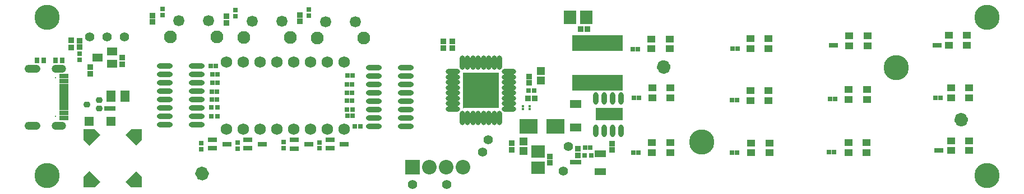
<source format=gts>
G04*
G04 #@! TF.GenerationSoftware,Altium Limited,CircuitMaker,2.3.0 (3)*
G04*
G04 Layer_Color=20142*
%FSLAX25Y25*%
%MOIN*%
G70*
G04*
G04 #@! TF.SameCoordinates,705889C2-21D0-45EB-85EC-D1C7F8D66195*
G04*
G04*
G04 #@! TF.FilePolarity,Negative*
G04*
G01*
G75*
%ADD18C,0.04331*%
%ADD42R,0.06693X0.05118*%
%ADD55R,0.03162X0.02768*%
%ADD56R,0.03635X0.03792*%
%ADD57R,0.03000X0.03000*%
%ADD58O,0.03162X0.07493*%
%ADD59C,0.05524*%
%ADD60R,0.03359X0.03162*%
%ADD61O,0.03162X0.08477*%
%ADD62R,0.03162X0.03556*%
%ADD63R,0.05721X0.01981*%
%ADD64R,0.02768X0.02572*%
%ADD65R,0.05721X0.06902*%
%ADD66R,0.05721X0.02768*%
%ADD67O,0.08477X0.03162*%
%ADD68R,0.03162X0.03556*%
%ADD69R,0.02768X0.03162*%
%ADD70O,0.09461X0.03162*%
%ADD71R,0.10642X0.08674*%
%ADD72R,0.04737X0.04737*%
%ADD73R,0.07887X0.07296*%
%ADD74R,0.02965X0.02768*%
%ADD75R,0.03359X0.03359*%
%ADD76R,0.02572X0.02572*%
%ADD77R,0.06902X0.04343*%
%ADD78R,0.04540X0.04343*%
%ADD79R,0.07296X0.07887*%
%ADD80R,0.03792X0.03635*%
%ADD81R,0.30328X0.09461*%
%ADD82C,0.01784*%
G04:AMPARAMS|DCode=83|XSize=31.62mil|YSize=37.53mil|CornerRadius=8.72mil|HoleSize=0mil|Usage=FLASHONLY|Rotation=90.000|XOffset=0mil|YOffset=0mil|HoleType=Round|Shape=RoundedRectangle|*
%AMROUNDEDRECTD83*
21,1,0.03162,0.02008,0,0,90.0*
21,1,0.01417,0.03753,0,0,90.0*
1,1,0.01745,0.01004,0.00709*
1,1,0.01745,0.01004,-0.00709*
1,1,0.01745,-0.01004,-0.00709*
1,1,0.01745,-0.01004,0.00709*
%
%ADD83ROUNDEDRECTD83*%
%ADD84R,0.05800X0.05800*%
%ADD85R,0.06312X0.04737*%
%ADD86R,0.05721X0.03162*%
%ADD87R,0.08674X0.08674*%
%ADD88C,0.08674*%
%ADD89C,0.06800*%
%ADD90C,0.14973*%
%ADD91C,0.00800*%
G04:AMPARAMS|DCode=92|XSize=47.37mil|YSize=94.61mil|CornerRadius=23.68mil|HoleSize=0mil|Usage=FLASHONLY|Rotation=270.000|XOffset=0mil|YOffset=0mil|HoleType=Round|Shape=RoundedRectangle|*
%AMROUNDEDRECTD92*
21,1,0.04737,0.04724,0,0,270.0*
21,1,0.00000,0.09461,0,0,270.0*
1,1,0.04737,-0.02362,0.00000*
1,1,0.04737,-0.02362,0.00000*
1,1,0.04737,0.02362,0.00000*
1,1,0.04737,0.02362,0.00000*
%
%ADD92ROUNDEDRECTD92*%
G04:AMPARAMS|DCode=93|XSize=47.37mil|YSize=86.74mil|CornerRadius=23.68mil|HoleSize=0mil|Usage=FLASHONLY|Rotation=270.000|XOffset=0mil|YOffset=0mil|HoleType=Round|Shape=RoundedRectangle|*
%AMROUNDEDRECTD93*
21,1,0.04737,0.03937,0,0,270.0*
21,1,0.00000,0.08674,0,0,270.0*
1,1,0.04737,-0.01968,0.00000*
1,1,0.04737,-0.01968,0.00000*
1,1,0.04737,0.01968,0.00000*
1,1,0.04737,0.01968,0.00000*
%
%ADD93ROUNDEDRECTD93*%
%ADD94C,0.06630*%
%ADD95C,0.07630*%
G36*
X288400Y73346D02*
X288400Y52135D01*
X267219Y52135D01*
X267111Y52027D01*
X267003Y52135D01*
X267003Y73346D01*
X288430Y73375D01*
X288400Y73346D01*
X288400Y73346D02*
G37*
G36*
X361900Y44715D02*
X346014Y44715D01*
X346014Y52284D01*
X361900Y52284D01*
X361900Y44715D01*
X361900Y44715D02*
G37*
G36*
X76105Y33049D02*
X72705Y29649D01*
X66205Y36149D01*
X69605Y39549D01*
X76105Y39549D01*
X76105Y33049D01*
X76105Y33049D02*
G37*
G36*
X51205Y36149D02*
X44705Y29649D01*
X41305Y33049D01*
X41305Y39549D01*
X47805Y39549D01*
X51205Y36149D01*
X51205Y36149D02*
G37*
G36*
X76105Y11249D02*
X76105Y4749D01*
X69605Y4749D01*
X66205Y8149D01*
X72705Y14649D01*
X76105Y11249D01*
X76105Y11249D02*
G37*
G36*
X51205Y8149D02*
X47805Y4749D01*
X41305Y4749D01*
X41305Y11249D01*
X44705Y14649D01*
X51205Y8149D01*
X51205Y8149D02*
G37*
D18*
X565227Y45172D02*
G03*
X565227Y45172I-1969J0D01*
G01*
X388298Y76609D02*
G03*
X388298Y76609I-1969J0D01*
G01*
X113741Y13085D02*
G03*
X113741Y13085I-1969J0D01*
G01*
D42*
X333857Y54449D02*
D03*
X333857Y40449D02*
D03*
D55*
X175403Y110802D02*
D03*
X175403Y107298D02*
D03*
X88189Y111142D02*
D03*
X88189Y107638D02*
D03*
X131654Y110539D02*
D03*
X131654Y107035D02*
D03*
X181555Y28120D02*
D03*
X181555Y31624D02*
D03*
X160167Y28258D02*
D03*
X160167Y31762D02*
D03*
X132815Y28032D02*
D03*
X132815Y31535D02*
D03*
X111378Y27707D02*
D03*
X111378Y31211D02*
D03*
X38857Y84401D02*
D03*
X38857Y80897D02*
D03*
D56*
X170019Y103765D02*
D03*
X170019Y107545D02*
D03*
X82382Y103593D02*
D03*
X82382Y107372D02*
D03*
X126191Y102990D02*
D03*
X126191Y106770D02*
D03*
X45423Y72658D02*
D03*
X45423Y76437D02*
D03*
X296005Y27357D02*
D03*
X296005Y31136D02*
D03*
X318758Y23339D02*
D03*
X318758Y19559D02*
D03*
X355757Y27049D02*
D03*
X355757Y30829D02*
D03*
X260658Y91739D02*
D03*
X260658Y87959D02*
D03*
X306391Y70913D02*
D03*
X306391Y67133D02*
D03*
X64341Y82156D02*
D03*
X64341Y78376D02*
D03*
X33957Y88149D02*
D03*
X33957Y92549D02*
D03*
X255258Y91749D02*
D03*
X255258Y87970D02*
D03*
D57*
X343158Y23849D02*
D03*
X339158Y23849D02*
D03*
D58*
X360943Y57828D02*
D03*
X355943Y57828D02*
D03*
X350942Y57828D02*
D03*
X345942Y57828D02*
D03*
X360943Y38537D02*
D03*
X355943Y38537D02*
D03*
X350942Y38537D02*
D03*
X345942Y38537D02*
D03*
D59*
X326458Y14649D02*
D03*
X257200Y6396D02*
D03*
X329557Y29249D02*
D03*
X55226Y94488D02*
D03*
X65640Y94439D02*
D03*
X44842Y94537D02*
D03*
X278491Y25823D02*
D03*
X281991Y33323D02*
D03*
X236924Y6494D02*
D03*
D60*
X332284Y19749D02*
D03*
X335631Y19749D02*
D03*
X58551Y51749D02*
D03*
X55205Y51749D02*
D03*
D61*
X276016Y46089D02*
D03*
X288615Y79357D02*
D03*
X285465Y79357D02*
D03*
X282316Y79357D02*
D03*
X279166Y79357D02*
D03*
X276016Y79357D02*
D03*
X272867Y79357D02*
D03*
X269717Y79357D02*
D03*
X266568Y79357D02*
D03*
X266568Y46089D02*
D03*
X269717Y46089D02*
D03*
X272867Y46089D02*
D03*
X279166Y46089D02*
D03*
X282316Y46089D02*
D03*
X285465Y46089D02*
D03*
X288615Y46089D02*
D03*
D62*
X24789Y80549D02*
D03*
X17701Y80549D02*
D03*
D63*
X29661Y63598D02*
D03*
X29661Y61629D02*
D03*
X29661Y65566D02*
D03*
X29661Y51787D02*
D03*
X29661Y55724D02*
D03*
X29661Y53755D02*
D03*
X29661Y57692D02*
D03*
X29661Y59661D02*
D03*
D64*
X197953Y61349D02*
D03*
X200905Y61349D02*
D03*
X120792Y67134D02*
D03*
X117839Y67134D02*
D03*
X120881Y72134D02*
D03*
X117928Y72134D02*
D03*
X120658Y57149D02*
D03*
X117705Y57149D02*
D03*
X120684Y62026D02*
D03*
X117731Y62026D02*
D03*
X120035Y77335D02*
D03*
X117082Y77335D02*
D03*
X198076Y66248D02*
D03*
X201028Y66248D02*
D03*
X198057Y56649D02*
D03*
X201010Y56649D02*
D03*
X198199Y71486D02*
D03*
X201152Y71486D02*
D03*
X198376Y47500D02*
D03*
X201329Y47500D02*
D03*
D65*
X57766Y59134D02*
D03*
X65837Y59134D02*
D03*
D66*
X139075Y33219D02*
D03*
X139075Y28100D02*
D03*
X147539Y30659D02*
D03*
X196407Y30630D02*
D03*
X187943Y28071D02*
D03*
X187943Y33189D02*
D03*
X175167Y30600D02*
D03*
X166703Y28041D02*
D03*
X166703Y33160D02*
D03*
X126516Y30620D02*
D03*
X118051Y28061D02*
D03*
X118051Y33179D02*
D03*
D67*
X294225Y51700D02*
D03*
X294225Y54849D02*
D03*
X294225Y57999D02*
D03*
X294225Y61148D02*
D03*
X294225Y64298D02*
D03*
X294225Y67448D02*
D03*
X294225Y70597D02*
D03*
X294225Y73747D02*
D03*
X260958Y73747D02*
D03*
X260958Y70597D02*
D03*
X260958Y67448D02*
D03*
X260958Y64298D02*
D03*
X260958Y61148D02*
D03*
X260958Y57999D02*
D03*
X260958Y54849D02*
D03*
X260958Y51700D02*
D03*
D68*
X13764Y80549D02*
D03*
X28726Y80549D02*
D03*
D69*
X197901Y51349D02*
D03*
X201405Y51349D02*
D03*
X202505Y41199D02*
D03*
X206009Y41199D02*
D03*
X120792Y52449D02*
D03*
X117288Y52449D02*
D03*
X120841Y47203D02*
D03*
X117337Y47203D02*
D03*
X309443Y62523D02*
D03*
X305939Y62523D02*
D03*
D70*
X214060Y76081D02*
D03*
X214060Y71081D02*
D03*
X214060Y66081D02*
D03*
X214060Y61081D02*
D03*
X214060Y56081D02*
D03*
X214060Y51081D02*
D03*
X214060Y46081D02*
D03*
X214060Y41081D02*
D03*
X232958Y76081D02*
D03*
X232958Y71081D02*
D03*
X232958Y66081D02*
D03*
X232958Y61081D02*
D03*
X232958Y56081D02*
D03*
X232958Y51081D02*
D03*
X232958Y46081D02*
D03*
X232958Y41081D02*
D03*
X108666Y42223D02*
D03*
X108666Y47223D02*
D03*
X108666Y52223D02*
D03*
X108666Y57223D02*
D03*
X108666Y62223D02*
D03*
X108666Y67223D02*
D03*
X108666Y72223D02*
D03*
X108666Y77223D02*
D03*
X89768Y42223D02*
D03*
X89768Y47223D02*
D03*
X89768Y52223D02*
D03*
X89768Y57223D02*
D03*
X89768Y62223D02*
D03*
X89768Y67223D02*
D03*
X89768Y72223D02*
D03*
X89768Y77223D02*
D03*
D71*
X306107Y41130D02*
D03*
X321855Y41130D02*
D03*
D72*
X303005Y32102D02*
D03*
X303005Y26590D02*
D03*
X313191Y68623D02*
D03*
X313191Y74135D02*
D03*
D73*
X311757Y16426D02*
D03*
X311757Y26072D02*
D03*
D74*
X371310Y25697D02*
D03*
X368357Y25697D02*
D03*
X371487Y58297D02*
D03*
X368534Y58297D02*
D03*
X371034Y87349D02*
D03*
X368081Y87349D02*
D03*
X430187Y87696D02*
D03*
X427234Y87696D02*
D03*
X429963Y25444D02*
D03*
X427010Y25444D02*
D03*
X427058Y56749D02*
D03*
X430010Y56749D02*
D03*
X488381Y57596D02*
D03*
X485428Y57596D02*
D03*
X488758Y89549D02*
D03*
X485805Y89549D02*
D03*
X487534Y25749D02*
D03*
X484581Y25749D02*
D03*
X548481Y26849D02*
D03*
X551434Y26849D02*
D03*
X548058Y58149D02*
D03*
X551010Y58149D02*
D03*
X550410Y89649D02*
D03*
X547458Y89649D02*
D03*
D75*
X335457Y23981D02*
D03*
X335457Y27918D02*
D03*
X38857Y88412D02*
D03*
X38857Y92349D02*
D03*
D76*
X339583Y28449D02*
D03*
X342732Y28449D02*
D03*
D77*
X348701Y14291D02*
D03*
X348701Y24724D02*
D03*
D78*
X379344Y31602D02*
D03*
X390171Y31602D02*
D03*
X379344Y25697D02*
D03*
X390171Y25697D02*
D03*
X389871Y93302D02*
D03*
X379044Y93302D02*
D03*
X379044Y87397D02*
D03*
X389871Y87397D02*
D03*
X449284Y31349D02*
D03*
X438457Y31349D02*
D03*
X438457Y25444D02*
D03*
X449284Y25444D02*
D03*
X448671Y56696D02*
D03*
X437844Y56696D02*
D03*
X448671Y62602D02*
D03*
X437844Y62602D02*
D03*
X448671Y93602D02*
D03*
X437844Y93602D02*
D03*
X437844Y87696D02*
D03*
X448671Y87696D02*
D03*
X390371Y64202D02*
D03*
X390371Y58297D02*
D03*
X379544Y58297D02*
D03*
X379544Y64202D02*
D03*
X555944Y95402D02*
D03*
X566771Y95402D02*
D03*
X555944Y89496D02*
D03*
X566771Y89496D02*
D03*
X507084Y31549D02*
D03*
X496257Y31549D02*
D03*
X496257Y25644D02*
D03*
X507084Y25644D02*
D03*
X567971Y32702D02*
D03*
X557144Y32702D02*
D03*
X557144Y26796D02*
D03*
X567971Y26796D02*
D03*
X507271Y63202D02*
D03*
X507271Y57297D02*
D03*
X496444Y57297D02*
D03*
X496444Y63202D02*
D03*
X507471Y95202D02*
D03*
X496644Y95202D02*
D03*
X496644Y89297D02*
D03*
X507471Y89297D02*
D03*
X567971Y64102D02*
D03*
X567971Y58197D02*
D03*
X557144Y58197D02*
D03*
X557144Y64102D02*
D03*
D79*
X330535Y106149D02*
D03*
X340180Y106149D02*
D03*
D80*
X340880Y99233D02*
D03*
X337101Y99233D02*
D03*
X309571Y58023D02*
D03*
X305791Y58023D02*
D03*
D81*
X347058Y67238D02*
D03*
X347058Y90860D02*
D03*
D82*
X306528Y51709D02*
D03*
X302591Y51709D02*
D03*
X306528Y53323D02*
D03*
X302591Y53323D02*
D03*
D83*
X43363Y54349D02*
D03*
X50647Y56908D02*
D03*
X50647Y51790D02*
D03*
D84*
X57505Y44249D02*
D03*
X44505Y44249D02*
D03*
D85*
X58150Y78504D02*
D03*
X58150Y85984D02*
D03*
X49488Y82244D02*
D03*
D86*
X29661Y68126D02*
D03*
X29661Y49228D02*
D03*
X29661Y46078D02*
D03*
X29661Y71275D02*
D03*
D87*
X237052Y16780D02*
D03*
D88*
X247052Y16780D02*
D03*
X257052Y16780D02*
D03*
X267052Y16780D02*
D03*
D89*
X126157Y39649D02*
D03*
X136158Y39649D02*
D03*
X146158Y39649D02*
D03*
X156158Y39649D02*
D03*
X166157Y39649D02*
D03*
X176157Y39649D02*
D03*
X186158Y39649D02*
D03*
X196158Y39649D02*
D03*
X196158Y79649D02*
D03*
X186158Y79649D02*
D03*
X176157Y79649D02*
D03*
X166157Y79649D02*
D03*
X126157Y79649D02*
D03*
X136158Y79649D02*
D03*
X146158Y79649D02*
D03*
X156158Y79649D02*
D03*
D90*
X524493Y76219D02*
D03*
X408922Y31868D02*
D03*
X578657Y11860D02*
D03*
X578657Y106348D02*
D03*
X19602Y11860D02*
D03*
X19602Y106348D02*
D03*
D91*
X24637Y70094D02*
D03*
X24637Y47259D02*
D03*
D92*
X10858Y41649D02*
D03*
X10858Y75704D02*
D03*
D93*
X26605Y75704D02*
D03*
X26605Y41649D02*
D03*
D94*
X98028Y104176D02*
D03*
X115628Y104176D02*
D03*
X141756Y103763D02*
D03*
X159356Y103763D02*
D03*
X185357Y103449D02*
D03*
X202958Y103449D02*
D03*
D95*
X93028Y94676D02*
D03*
X120628Y94676D02*
D03*
X136756Y94263D02*
D03*
X164356Y94263D02*
D03*
X180358Y93949D02*
D03*
X207958Y93949D02*
D03*
M02*

</source>
